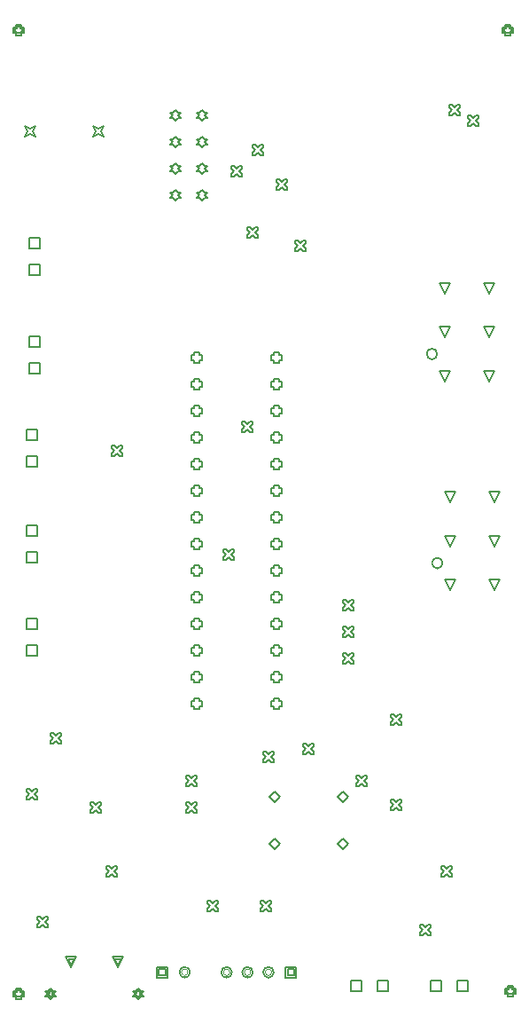
<source format=gbr>
%TF.GenerationSoftware,Altium Limited,Altium Designer,24.10.1 (45)*%
G04 Layer_Color=2752767*
%FSLAX25Y25*%
%MOIN*%
%TF.SameCoordinates,405BA738-95C1-4717-9A2A-605BB7F835F8*%
%TF.FilePolarity,Positive*%
%TF.FileFunction,Drawing*%
%TF.Part,Single*%
G01*
G75*
%TA.AperFunction,NonConductor*%
%ADD46C,0.00500*%
%ADD86C,0.00667*%
%ADD87C,0.00400*%
D46*
X181000Y419000D02*
X182000Y420000D01*
X183000D01*
X182000Y421000D01*
X183000Y422000D01*
X182000D01*
X181000Y423000D01*
X180000Y422000D01*
X179000D01*
X180000Y421000D01*
X179000Y420000D01*
X180000D01*
X181000Y419000D01*
Y409000D02*
X182000Y410000D01*
X183000D01*
X182000Y411000D01*
X183000Y412000D01*
X182000D01*
X181000Y413000D01*
X180000Y412000D01*
X179000D01*
X180000Y411000D01*
X179000Y410000D01*
X180000D01*
X181000Y409000D01*
Y429000D02*
X182000Y430000D01*
X183000D01*
X182000Y431000D01*
X183000Y432000D01*
X182000D01*
X181000Y433000D01*
X180000Y432000D01*
X179000D01*
X180000Y431000D01*
X179000Y430000D01*
X180000D01*
X181000Y429000D01*
Y439000D02*
X182000Y440000D01*
X183000D01*
X182000Y441000D01*
X183000Y442000D01*
X182000D01*
X181000Y443000D01*
X180000Y442000D01*
X179000D01*
X180000Y441000D01*
X179000Y440000D01*
X180000D01*
X181000Y439000D01*
X171000D02*
X172000Y440000D01*
X173000D01*
X172000Y441000D01*
X173000Y442000D01*
X172000D01*
X171000Y443000D01*
X170000Y442000D01*
X169000D01*
X170000Y441000D01*
X169000Y440000D01*
X170000D01*
X171000Y439000D01*
Y429000D02*
X172000Y430000D01*
X173000D01*
X172000Y431000D01*
X173000Y432000D01*
X172000D01*
X171000Y433000D01*
X170000Y432000D01*
X169000D01*
X170000Y431000D01*
X169000Y430000D01*
X170000D01*
X171000Y429000D01*
Y419000D02*
X172000Y420000D01*
X173000D01*
X172000Y421000D01*
X173000Y422000D01*
X172000D01*
X171000Y423000D01*
X170000Y422000D01*
X169000D01*
X170000Y421000D01*
X169000Y420000D01*
X170000D01*
X171000Y419000D01*
Y409000D02*
X172000Y410000D01*
X173000D01*
X172000Y411000D01*
X173000Y412000D01*
X172000D01*
X171000Y413000D01*
X170000Y412000D01*
X169000D01*
X170000Y411000D01*
X169000Y410000D01*
X170000D01*
X171000Y409000D01*
X140000Y433000D02*
X141000Y435000D01*
X140000Y437000D01*
X142000Y436000D01*
X144000Y437000D01*
X143000Y435000D01*
X144000Y433000D01*
X142000Y434000D01*
X140000Y433000D01*
X114409D02*
X115409Y435000D01*
X114409Y437000D01*
X116409Y436000D01*
X118409Y437000D01*
X117409Y435000D01*
X118409Y433000D01*
X116409Y434000D01*
X114409Y433000D01*
X131803Y120811D02*
X129803Y124811D01*
X133803D01*
X131803Y120811D01*
Y121611D02*
X130603Y124011D01*
X133003D01*
X131803Y121611D01*
X149323Y120811D02*
X147323Y124811D01*
X151323D01*
X149323Y120811D01*
Y121611D02*
X148123Y124011D01*
X150523D01*
X149323Y121611D01*
X157000Y109000D02*
X158000Y110000D01*
X159000D01*
X158000Y111000D01*
X159000Y112000D01*
X158000D01*
X157000Y113000D01*
X156000Y112000D01*
X155000D01*
X156000Y111000D01*
X155000Y110000D01*
X156000D01*
X157000Y109000D01*
Y109800D02*
X157600Y110400D01*
X158200D01*
X157600Y111000D01*
X158200Y111600D01*
X157600D01*
X157000Y112200D01*
X156400Y111600D01*
X155800D01*
X156400Y111000D01*
X155800Y110400D01*
X156400D01*
X157000Y109800D01*
X124126Y109000D02*
X125126Y110000D01*
X126126D01*
X125126Y111000D01*
X126126Y112000D01*
X125126D01*
X124126Y113000D01*
X123126Y112000D01*
X122126D01*
X123126Y111000D01*
X122126Y110000D01*
X123126D01*
X124126Y109000D01*
Y109800D02*
X124726Y110400D01*
X125326D01*
X124726Y111000D01*
X125326Y111600D01*
X124726D01*
X124126Y112200D01*
X123526Y111600D01*
X122926D01*
X123526Y111000D01*
X122926Y110400D01*
X123526D01*
X124126Y109800D01*
X272465Y341000D02*
X270465Y345000D01*
X274465D01*
X272465Y341000D01*
Y357535D02*
X270465Y361535D01*
X274465D01*
X272465Y357535D01*
Y374071D02*
X270465Y378071D01*
X274465D01*
X272465Y374071D01*
X289000Y341000D02*
X287000Y345000D01*
X291000D01*
X289000Y341000D01*
Y357535D02*
X287000Y361535D01*
X291000D01*
X289000Y357535D01*
Y374071D02*
X287000Y378071D01*
X291000D01*
X289000Y374071D01*
X234000Y255000D02*
X235000D01*
X236000Y256000D01*
X237000Y255000D01*
X238000D01*
Y256000D01*
X237000Y257000D01*
X238000Y258000D01*
Y259000D01*
X237000D01*
X236000Y258000D01*
X235000Y259000D01*
X234000D01*
Y258000D01*
X235000Y257000D01*
X234000Y256000D01*
Y255000D01*
Y245000D02*
X235000D01*
X236000Y246000D01*
X237000Y245000D01*
X238000D01*
Y246000D01*
X237000Y247000D01*
X238000Y248000D01*
Y249000D01*
X237000D01*
X236000Y248000D01*
X235000Y249000D01*
X234000D01*
Y248000D01*
X235000Y247000D01*
X234000Y246000D01*
Y245000D01*
Y235000D02*
X235000D01*
X236000Y236000D01*
X237000Y235000D01*
X238000D01*
Y236000D01*
X237000Y237000D01*
X238000Y238000D01*
Y239000D01*
X237000D01*
X236000Y238000D01*
X235000Y239000D01*
X234000D01*
Y238000D01*
X235000Y237000D01*
X234000Y236000D01*
Y235000D01*
X116000Y354000D02*
Y358000D01*
X120000D01*
Y354000D01*
X116000D01*
Y344000D02*
Y348000D01*
X120000D01*
Y344000D01*
X116000D01*
X115000Y319000D02*
Y323000D01*
X119000D01*
Y319000D01*
X115000D01*
Y309000D02*
Y313000D01*
X119000D01*
Y309000D01*
X115000D01*
X232000Y167283D02*
X234000Y169283D01*
X236000Y167283D01*
X234000Y165284D01*
X232000Y167283D01*
Y185000D02*
X234000Y187000D01*
X236000Y185000D01*
X234000Y183000D01*
X232000Y185000D01*
X206409D02*
X208409Y187000D01*
X210409Y185000D01*
X208409Y183000D01*
X206409Y185000D01*
Y167283D02*
X208409Y169283D01*
X210409Y167283D01*
X208409Y165284D01*
X206409Y167283D01*
X274465Y262465D02*
X272465Y266465D01*
X276465D01*
X274465Y262465D01*
Y279000D02*
X272465Y283000D01*
X276465D01*
X274465Y279000D01*
Y295535D02*
X272465Y299535D01*
X276465D01*
X274465Y295535D01*
X291000Y262465D02*
X289000Y266465D01*
X293000D01*
X291000Y262465D01*
Y279000D02*
X289000Y283000D01*
X293000D01*
X291000Y279000D01*
Y295535D02*
X289000Y299535D01*
X293000D01*
X291000Y295535D01*
X267000Y112000D02*
Y116000D01*
X271000D01*
Y112000D01*
X267000D01*
X277000D02*
Y116000D01*
X281000D01*
Y112000D01*
X277000D01*
X247000D02*
Y116000D01*
X251000D01*
Y112000D01*
X247000D01*
X237000D02*
Y116000D01*
X241000D01*
Y112000D01*
X237000D01*
X115000Y248000D02*
Y252000D01*
X119000D01*
Y248000D01*
X115000D01*
Y238000D02*
Y242000D01*
X119000D01*
Y238000D01*
X115000D01*
Y283000D02*
Y287000D01*
X119000D01*
Y283000D01*
X115000D01*
Y273000D02*
Y277000D01*
X119000D01*
Y273000D01*
X115000D01*
X164039Y117000D02*
Y121000D01*
X168039D01*
Y117000D01*
X164039D01*
X164839Y117800D02*
Y120200D01*
X167239D01*
Y117800D01*
X164839D01*
X212465Y117000D02*
Y121000D01*
X216465D01*
Y117000D01*
X212465D01*
X213265Y117800D02*
Y120200D01*
X215665D01*
Y117800D01*
X213265D01*
X116000Y391000D02*
Y395000D01*
X120000D01*
Y391000D01*
X116000D01*
Y381000D02*
Y385000D01*
X120000D01*
Y381000D01*
X116000D01*
X178000Y349000D02*
Y348000D01*
X180000D01*
Y349000D01*
X181000D01*
Y351000D01*
X180000D01*
Y352000D01*
X178000D01*
Y351000D01*
X177000D01*
Y349000D01*
X178000D01*
Y339000D02*
Y338000D01*
X180000D01*
Y339000D01*
X181000D01*
Y341000D01*
X180000D01*
Y342000D01*
X178000D01*
Y341000D01*
X177000D01*
Y339000D01*
X178000D01*
Y329000D02*
Y328000D01*
X180000D01*
Y329000D01*
X181000D01*
Y331000D01*
X180000D01*
Y332000D01*
X178000D01*
Y331000D01*
X177000D01*
Y329000D01*
X178000D01*
Y319000D02*
Y318000D01*
X180000D01*
Y319000D01*
X181000D01*
Y321000D01*
X180000D01*
Y322000D01*
X178000D01*
Y321000D01*
X177000D01*
Y319000D01*
X178000D01*
Y309000D02*
Y308000D01*
X180000D01*
Y309000D01*
X181000D01*
Y311000D01*
X180000D01*
Y312000D01*
X178000D01*
Y311000D01*
X177000D01*
Y309000D01*
X178000D01*
Y299000D02*
Y298000D01*
X180000D01*
Y299000D01*
X181000D01*
Y301000D01*
X180000D01*
Y302000D01*
X178000D01*
Y301000D01*
X177000D01*
Y299000D01*
X178000D01*
Y289000D02*
Y288000D01*
X180000D01*
Y289000D01*
X181000D01*
Y291000D01*
X180000D01*
Y292000D01*
X178000D01*
Y291000D01*
X177000D01*
Y289000D01*
X178000D01*
Y279000D02*
Y278000D01*
X180000D01*
Y279000D01*
X181000D01*
Y281000D01*
X180000D01*
Y282000D01*
X178000D01*
Y281000D01*
X177000D01*
Y279000D01*
X178000D01*
Y269000D02*
Y268000D01*
X180000D01*
Y269000D01*
X181000D01*
Y271000D01*
X180000D01*
Y272000D01*
X178000D01*
Y271000D01*
X177000D01*
Y269000D01*
X178000D01*
Y259000D02*
Y258000D01*
X180000D01*
Y259000D01*
X181000D01*
Y261000D01*
X180000D01*
Y262000D01*
X178000D01*
Y261000D01*
X177000D01*
Y259000D01*
X178000D01*
Y249000D02*
Y248000D01*
X180000D01*
Y249000D01*
X181000D01*
Y251000D01*
X180000D01*
Y252000D01*
X178000D01*
Y251000D01*
X177000D01*
Y249000D01*
X178000D01*
Y239000D02*
Y238000D01*
X180000D01*
Y239000D01*
X181000D01*
Y241000D01*
X180000D01*
Y242000D01*
X178000D01*
Y241000D01*
X177000D01*
Y239000D01*
X178000D01*
Y229000D02*
Y228000D01*
X180000D01*
Y229000D01*
X181000D01*
Y231000D01*
X180000D01*
Y232000D01*
X178000D01*
Y231000D01*
X177000D01*
Y229000D01*
X178000D01*
Y219000D02*
Y218000D01*
X180000D01*
Y219000D01*
X181000D01*
Y221000D01*
X180000D01*
Y222000D01*
X178000D01*
Y221000D01*
X177000D01*
Y219000D01*
X178000D01*
X208000D02*
Y218000D01*
X210000D01*
Y219000D01*
X211000D01*
Y221000D01*
X210000D01*
Y222000D01*
X208000D01*
Y221000D01*
X207000D01*
Y219000D01*
X208000D01*
Y229000D02*
Y228000D01*
X210000D01*
Y229000D01*
X211000D01*
Y231000D01*
X210000D01*
Y232000D01*
X208000D01*
Y231000D01*
X207000D01*
Y229000D01*
X208000D01*
Y239000D02*
Y238000D01*
X210000D01*
Y239000D01*
X211000D01*
Y241000D01*
X210000D01*
Y242000D01*
X208000D01*
Y241000D01*
X207000D01*
Y239000D01*
X208000D01*
Y249000D02*
Y248000D01*
X210000D01*
Y249000D01*
X211000D01*
Y251000D01*
X210000D01*
Y252000D01*
X208000D01*
Y251000D01*
X207000D01*
Y249000D01*
X208000D01*
Y259000D02*
Y258000D01*
X210000D01*
Y259000D01*
X211000D01*
Y261000D01*
X210000D01*
Y262000D01*
X208000D01*
Y261000D01*
X207000D01*
Y259000D01*
X208000D01*
Y269000D02*
Y268000D01*
X210000D01*
Y269000D01*
X211000D01*
Y271000D01*
X210000D01*
Y272000D01*
X208000D01*
Y271000D01*
X207000D01*
Y269000D01*
X208000D01*
Y279000D02*
Y278000D01*
X210000D01*
Y279000D01*
X211000D01*
Y281000D01*
X210000D01*
Y282000D01*
X208000D01*
Y281000D01*
X207000D01*
Y279000D01*
X208000D01*
Y289000D02*
Y288000D01*
X210000D01*
Y289000D01*
X211000D01*
Y291000D01*
X210000D01*
Y292000D01*
X208000D01*
Y291000D01*
X207000D01*
Y289000D01*
X208000D01*
Y299000D02*
Y298000D01*
X210000D01*
Y299000D01*
X211000D01*
Y301000D01*
X210000D01*
Y302000D01*
X208000D01*
Y301000D01*
X207000D01*
Y299000D01*
X208000D01*
Y309000D02*
Y308000D01*
X210000D01*
Y309000D01*
X211000D01*
Y311000D01*
X210000D01*
Y312000D01*
X208000D01*
Y311000D01*
X207000D01*
Y309000D01*
X208000D01*
Y319000D02*
Y318000D01*
X210000D01*
Y319000D01*
X211000D01*
Y321000D01*
X210000D01*
Y322000D01*
X208000D01*
Y321000D01*
X207000D01*
Y319000D01*
X208000D01*
Y329000D02*
Y328000D01*
X210000D01*
Y329000D01*
X211000D01*
Y331000D01*
X210000D01*
Y332000D01*
X208000D01*
Y331000D01*
X207000D01*
Y329000D01*
X208000D01*
Y339000D02*
Y338000D01*
X210000D01*
Y339000D01*
X211000D01*
Y341000D01*
X210000D01*
Y342000D01*
X208000D01*
Y341000D01*
X207000D01*
Y339000D01*
X208000D01*
Y349000D02*
Y348000D01*
X210000D01*
Y349000D01*
X211000D01*
Y351000D01*
X210000D01*
Y352000D01*
X208000D01*
Y351000D01*
X207000D01*
Y349000D01*
X208000D01*
X111000Y472000D02*
Y471000D01*
X113000D01*
Y472000D01*
X114000D01*
Y474000D01*
X113000D01*
Y475000D01*
X111000D01*
Y474000D01*
X110000D01*
Y472000D01*
X111000D01*
X111400Y472400D02*
Y471800D01*
X112600D01*
Y472400D01*
X113200D01*
Y473600D01*
X112600D01*
Y474200D01*
X111400D01*
Y473600D01*
X110800D01*
Y472400D01*
X111400D01*
X295000Y472000D02*
Y471000D01*
X297000D01*
Y472000D01*
X298000D01*
Y474000D01*
X297000D01*
Y475000D01*
X295000D01*
Y474000D01*
X294000D01*
Y472000D01*
X295000D01*
X295400Y472400D02*
Y471800D01*
X296600D01*
Y472400D01*
X297200D01*
Y473600D01*
X296600D01*
Y474200D01*
X295400D01*
Y473600D01*
X294800D01*
Y472400D01*
X295400D01*
X296000Y111000D02*
Y110000D01*
X298000D01*
Y111000D01*
X299000D01*
Y113000D01*
X298000D01*
Y114000D01*
X296000D01*
Y113000D01*
X295000D01*
Y111000D01*
X296000D01*
X296400Y111400D02*
Y110800D01*
X297600D01*
Y111400D01*
X298200D01*
Y112600D01*
X297600D01*
Y113200D01*
X296400D01*
Y112600D01*
X295800D01*
Y111400D01*
X296400D01*
X281000Y437000D02*
X282000D01*
X283000Y438000D01*
X284000Y437000D01*
X285000D01*
Y438000D01*
X284000Y439000D01*
X285000Y440000D01*
Y441000D01*
X284000D01*
X283000Y440000D01*
X282000Y441000D01*
X281000D01*
Y440000D01*
X282000Y439000D01*
X281000Y438000D01*
Y437000D01*
X274000Y441000D02*
X275000D01*
X276000Y442000D01*
X277000Y441000D01*
X278000D01*
Y442000D01*
X277000Y443000D01*
X278000Y444000D01*
Y445000D01*
X277000D01*
X276000Y444000D01*
X275000Y445000D01*
X274000D01*
Y444000D01*
X275000Y443000D01*
X274000Y442000D01*
Y441000D01*
X200000Y426000D02*
X201000D01*
X202000Y427000D01*
X203000Y426000D01*
X204000D01*
Y427000D01*
X203000Y428000D01*
X204000Y429000D01*
Y430000D01*
X203000D01*
X202000Y429000D01*
X201000Y430000D01*
X200000D01*
Y429000D01*
X201000Y428000D01*
X200000Y427000D01*
Y426000D01*
X192000Y418000D02*
X193000D01*
X194000Y419000D01*
X195000Y418000D01*
X196000D01*
Y419000D01*
X195000Y420000D01*
X196000Y421000D01*
Y422000D01*
X195000D01*
X194000Y421000D01*
X193000Y422000D01*
X192000D01*
Y421000D01*
X193000Y420000D01*
X192000Y419000D01*
Y418000D01*
X209000Y413000D02*
X210000D01*
X211000Y414000D01*
X212000Y413000D01*
X213000D01*
Y414000D01*
X212000Y415000D01*
X213000Y416000D01*
Y417000D01*
X212000D01*
X211000Y416000D01*
X210000Y417000D01*
X209000D01*
Y416000D01*
X210000Y415000D01*
X209000Y414000D01*
Y413000D01*
X198000Y395000D02*
X199000D01*
X200000Y396000D01*
X201000Y395000D01*
X202000D01*
Y396000D01*
X201000Y397000D01*
X202000Y398000D01*
Y399000D01*
X201000D01*
X200000Y398000D01*
X199000Y399000D01*
X198000D01*
Y398000D01*
X199000Y397000D01*
X198000Y396000D01*
Y395000D01*
X147000Y313000D02*
X148000D01*
X149000Y314000D01*
X150000Y313000D01*
X151000D01*
Y314000D01*
X150000Y315000D01*
X151000Y316000D01*
Y317000D01*
X150000D01*
X149000Y316000D01*
X148000Y317000D01*
X147000D01*
Y316000D01*
X148000Y315000D01*
X147000Y314000D01*
Y313000D01*
X175000Y179000D02*
X176000D01*
X177000Y180000D01*
X178000Y179000D01*
X179000D01*
Y180000D01*
X178000Y181000D01*
X179000Y182000D01*
Y183000D01*
X178000D01*
X177000Y182000D01*
X176000Y183000D01*
X175000D01*
Y182000D01*
X176000Y181000D01*
X175000Y180000D01*
Y179000D01*
X189000Y274000D02*
X190000D01*
X191000Y275000D01*
X192000Y274000D01*
X193000D01*
Y275000D01*
X192000Y276000D01*
X193000Y277000D01*
Y278000D01*
X192000D01*
X191000Y277000D01*
X190000Y278000D01*
X189000D01*
Y277000D01*
X190000Y276000D01*
X189000Y275000D01*
Y274000D01*
X124000Y205000D02*
X125000D01*
X126000Y206000D01*
X127000Y205000D01*
X128000D01*
Y206000D01*
X127000Y207000D01*
X128000Y208000D01*
Y209000D01*
X127000D01*
X126000Y208000D01*
X125000Y209000D01*
X124000D01*
Y208000D01*
X125000Y207000D01*
X124000Y206000D01*
Y205000D01*
X271000Y155000D02*
X272000D01*
X273000Y156000D01*
X274000Y155000D01*
X275000D01*
Y156000D01*
X274000Y157000D01*
X275000Y158000D01*
Y159000D01*
X274000D01*
X273000Y158000D01*
X272000Y159000D01*
X271000D01*
Y158000D01*
X272000Y157000D01*
X271000Y156000D01*
Y155000D01*
X252000Y212000D02*
X253000D01*
X254000Y213000D01*
X255000Y212000D01*
X256000D01*
Y213000D01*
X255000Y214000D01*
X256000Y215000D01*
Y216000D01*
X255000D01*
X254000Y215000D01*
X253000Y216000D01*
X252000D01*
Y215000D01*
X253000Y214000D01*
X252000Y213000D01*
Y212000D01*
X239000Y189000D02*
X240000D01*
X241000Y190000D01*
X242000Y189000D01*
X243000D01*
Y190000D01*
X242000Y191000D01*
X243000Y192000D01*
Y193000D01*
X242000D01*
X241000Y192000D01*
X240000Y193000D01*
X239000D01*
Y192000D01*
X240000Y191000D01*
X239000Y190000D01*
Y189000D01*
X252000Y180000D02*
X253000D01*
X254000Y181000D01*
X255000Y180000D01*
X256000D01*
Y181000D01*
X255000Y182000D01*
X256000Y183000D01*
Y184000D01*
X255000D01*
X254000Y183000D01*
X253000Y184000D01*
X252000D01*
Y183000D01*
X253000Y182000D01*
X252000Y181000D01*
Y180000D01*
X219000Y201000D02*
X220000D01*
X221000Y202000D01*
X222000Y201000D01*
X223000D01*
Y202000D01*
X222000Y203000D01*
X223000Y204000D01*
Y205000D01*
X222000D01*
X221000Y204000D01*
X220000Y205000D01*
X219000D01*
Y204000D01*
X220000Y203000D01*
X219000Y202000D01*
Y201000D01*
X204000Y198000D02*
X205000D01*
X206000Y199000D01*
X207000Y198000D01*
X208000D01*
Y199000D01*
X207000Y200000D01*
X208000Y201000D01*
Y202000D01*
X207000D01*
X206000Y201000D01*
X205000Y202000D01*
X204000D01*
Y201000D01*
X205000Y200000D01*
X204000Y199000D01*
Y198000D01*
X175000Y189000D02*
X176000D01*
X177000Y190000D01*
X178000Y189000D01*
X179000D01*
Y190000D01*
X178000Y191000D01*
X179000Y192000D01*
Y193000D01*
X178000D01*
X177000Y192000D01*
X176000Y193000D01*
X175000D01*
Y192000D01*
X176000Y191000D01*
X175000Y190000D01*
Y189000D01*
X115000Y184000D02*
X116000D01*
X117000Y185000D01*
X118000Y184000D01*
X119000D01*
Y185000D01*
X118000Y186000D01*
X119000Y187000D01*
Y188000D01*
X118000D01*
X117000Y187000D01*
X116000Y188000D01*
X115000D01*
Y187000D01*
X116000Y186000D01*
X115000Y185000D01*
Y184000D01*
X119000Y136000D02*
X120000D01*
X121000Y137000D01*
X122000Y136000D01*
X123000D01*
Y137000D01*
X122000Y138000D01*
X123000Y139000D01*
Y140000D01*
X122000D01*
X121000Y139000D01*
X120000Y140000D01*
X119000D01*
Y139000D01*
X120000Y138000D01*
X119000Y137000D01*
Y136000D01*
X145000Y155000D02*
X146000D01*
X147000Y156000D01*
X148000Y155000D01*
X149000D01*
Y156000D01*
X148000Y157000D01*
X149000Y158000D01*
Y159000D01*
X148000D01*
X147000Y158000D01*
X146000Y159000D01*
X145000D01*
Y158000D01*
X146000Y157000D01*
X145000Y156000D01*
Y155000D01*
X183000Y142000D02*
X184000D01*
X185000Y143000D01*
X186000Y142000D01*
X187000D01*
Y143000D01*
X186000Y144000D01*
X187000Y145000D01*
Y146000D01*
X186000D01*
X185000Y145000D01*
X184000Y146000D01*
X183000D01*
Y145000D01*
X184000Y144000D01*
X183000Y143000D01*
Y142000D01*
X263000Y133000D02*
X264000D01*
X265000Y134000D01*
X266000Y133000D01*
X267000D01*
Y134000D01*
X266000Y135000D01*
X267000Y136000D01*
Y137000D01*
X266000D01*
X265000Y136000D01*
X264000Y137000D01*
X263000D01*
Y136000D01*
X264000Y135000D01*
X263000Y134000D01*
Y133000D01*
X216000Y390000D02*
X217000D01*
X218000Y391000D01*
X219000Y390000D01*
X220000D01*
Y391000D01*
X219000Y392000D01*
X220000Y393000D01*
Y394000D01*
X219000D01*
X218000Y393000D01*
X217000Y394000D01*
X216000D01*
Y393000D01*
X217000Y392000D01*
X216000Y391000D01*
Y390000D01*
X196000Y322000D02*
X197000D01*
X198000Y323000D01*
X199000Y322000D01*
X200000D01*
Y323000D01*
X199000Y324000D01*
X200000Y325000D01*
Y326000D01*
X199000D01*
X198000Y325000D01*
X197000Y326000D01*
X196000D01*
Y325000D01*
X197000Y324000D01*
X196000Y323000D01*
Y322000D01*
X139000Y179000D02*
X140000D01*
X141000Y180000D01*
X142000Y179000D01*
X143000D01*
Y180000D01*
X142000Y181000D01*
X143000Y182000D01*
Y183000D01*
X142000D01*
X141000Y182000D01*
X140000Y183000D01*
X139000D01*
Y182000D01*
X140000Y181000D01*
X139000Y180000D01*
Y179000D01*
X203000Y142000D02*
X204000D01*
X205000Y143000D01*
X206000Y142000D01*
X207000D01*
Y143000D01*
X206000Y144000D01*
X207000Y145000D01*
Y146000D01*
X206000D01*
X205000Y145000D01*
X204000Y146000D01*
X203000D01*
Y145000D01*
X204000Y144000D01*
X203000Y143000D01*
Y142000D01*
X111000Y110000D02*
Y109000D01*
X113000D01*
Y110000D01*
X114000D01*
Y112000D01*
X113000D01*
Y113000D01*
X111000D01*
Y112000D01*
X110000D01*
Y110000D01*
X111000D01*
X111400Y110400D02*
Y109800D01*
X112600D01*
Y110400D01*
X113200D01*
Y111600D01*
X112600D01*
Y112200D01*
X111400D01*
Y111600D01*
X110800D01*
Y110400D01*
X111400D01*
D86*
X269504Y351268D02*
G03*
X269504Y351268I-2000J0D01*
G01*
X271504Y272732D02*
G03*
X271504Y272732I-2000J0D01*
G01*
X192252Y119000D02*
G03*
X192252Y119000I-2000J0D01*
G01*
X200126D02*
G03*
X200126Y119000I-2000J0D01*
G01*
X208000D02*
G03*
X208000Y119000I-2000J0D01*
G01*
X176504D02*
G03*
X176504Y119000I-2000J0D01*
G01*
D87*
X191452D02*
G03*
X191452Y119000I-1200J0D01*
G01*
X199326D02*
G03*
X199326Y119000I-1200J0D01*
G01*
X207200D02*
G03*
X207200Y119000I-1200J0D01*
G01*
X175704D02*
G03*
X175704Y119000I-1200J0D01*
G01*
%TF.MD5,0b0b2c9ae8840017fc2dd3a5d415f645*%
M02*

</source>
